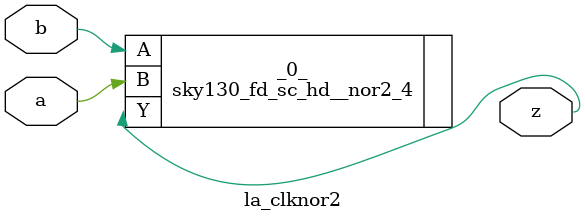
<source format=v>

/* Generated by Yosys 0.44 (git sha1 80ba43d26, g++ 11.4.0-1ubuntu1~22.04 -fPIC -O3) */

(* top =  1  *)
(* src = "generated" *)
(* keep_hierarchy *)
module la_clknor2 (
    a,
    b,
    z
);
  (* src = "generated" *)
  input a;
  wire a;
  (* src = "generated" *)
  input b;
  wire b;
  (* src = "generated" *)
  output z;
  wire z;
  sky130_fd_sc_hd__nor2_4 _0_ (
      .A(b),
      .B(a),
      .Y(z)
  );
endmodule

</source>
